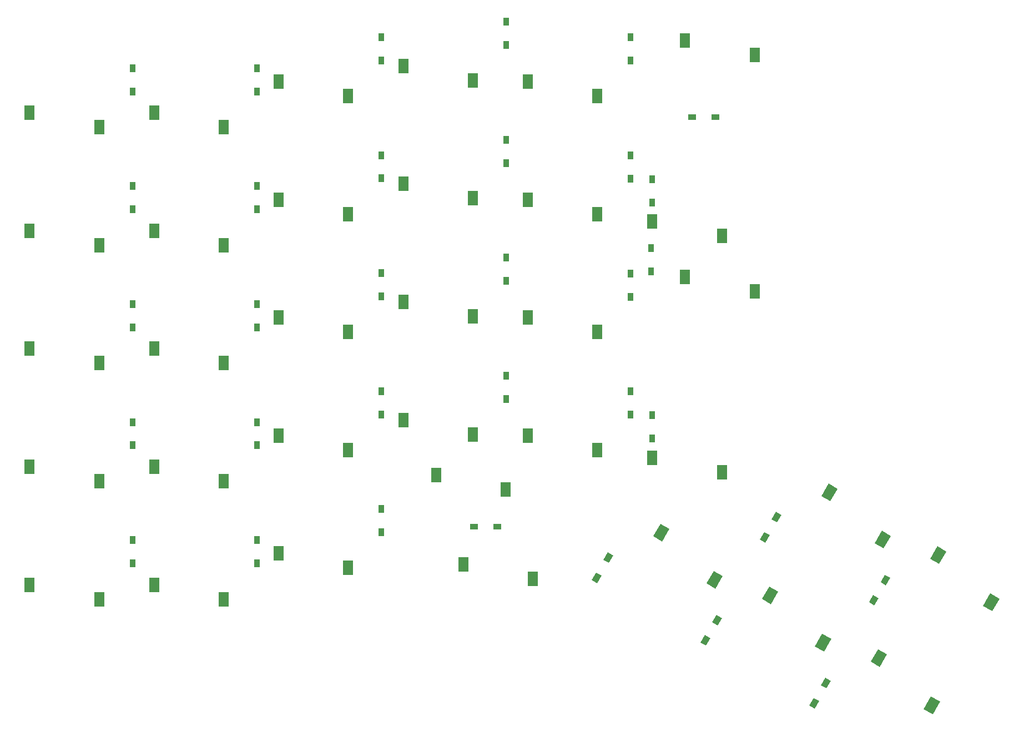
<source format=gbp>
G04 #@! TF.GenerationSoftware,KiCad,Pcbnew,(5.1.9-0-10_14)*
G04 #@! TF.CreationDate,2021-11-12T15:23:44+01:00*
G04 #@! TF.ProjectId,tairakb,74616972-616b-4622-9e6b-696361645f70,1.1*
G04 #@! TF.SameCoordinates,Original*
G04 #@! TF.FileFunction,Paste,Bot*
G04 #@! TF.FilePolarity,Positive*
%FSLAX46Y46*%
G04 Gerber Fmt 4.6, Leading zero omitted, Abs format (unit mm)*
G04 Created by KiCad (PCBNEW (5.1.9-0-10_14)) date 2021-11-12 15:23:44*
%MOMM*%
%LPD*%
G01*
G04 APERTURE LIST*
%ADD10C,0.100000*%
%ADD11R,0.950000X1.300000*%
%ADD12R,1.300000X0.950000*%
%ADD13R,1.600000X2.200000*%
G04 APERTURE END LIST*
D10*
G36*
X200983862Y-145485222D02*
G01*
X200161138Y-145010222D01*
X200811138Y-143884388D01*
X201633862Y-144359388D01*
X200983862Y-145485222D01*
G37*
G36*
X199208862Y-148559612D02*
G01*
X198386138Y-148084612D01*
X199036138Y-146958778D01*
X199858862Y-147433778D01*
X199208862Y-148559612D01*
G37*
G36*
X210089862Y-129773222D02*
G01*
X209267138Y-129298222D01*
X209917138Y-128172388D01*
X210739862Y-128647388D01*
X210089862Y-129773222D01*
G37*
G36*
X208314862Y-132847612D02*
G01*
X207492138Y-132372612D01*
X208142138Y-131246778D01*
X208964862Y-131721778D01*
X208314862Y-132847612D01*
G37*
G36*
X193451862Y-120164222D02*
G01*
X192629138Y-119689222D01*
X193279138Y-118563388D01*
X194101862Y-119038388D01*
X193451862Y-120164222D01*
G37*
G36*
X191676862Y-123238612D02*
G01*
X190854138Y-122763612D01*
X191504138Y-121637778D01*
X192326862Y-122112778D01*
X191676862Y-123238612D01*
G37*
G36*
X184391862Y-135883222D02*
G01*
X183569138Y-135408222D01*
X184219138Y-134282388D01*
X185041862Y-134757388D01*
X184391862Y-135883222D01*
G37*
G36*
X182616862Y-138957612D02*
G01*
X181794138Y-138482612D01*
X182444138Y-137356778D01*
X183266862Y-137831778D01*
X182616862Y-138957612D01*
G37*
D11*
X174431000Y-107335000D03*
X174431000Y-103785000D03*
X174259000Y-81902000D03*
X174259000Y-78352000D03*
X174431000Y-71335000D03*
X174431000Y-67785000D03*
D12*
X184061000Y-58331000D03*
X180511000Y-58331000D03*
D10*
G36*
X167798862Y-126357222D02*
G01*
X166976138Y-125882222D01*
X167626138Y-124756388D01*
X168448862Y-125231388D01*
X167798862Y-126357222D01*
G37*
G36*
X166023862Y-129431612D02*
G01*
X165201138Y-128956612D01*
X165851138Y-127830778D01*
X166673862Y-128305778D01*
X166023862Y-129431612D01*
G37*
D11*
X171132000Y-103727000D03*
X171132000Y-100177000D03*
X171132000Y-85727000D03*
X171132000Y-82177000D03*
X171132000Y-67727000D03*
X171132000Y-64177000D03*
X171132000Y-49727000D03*
X171132000Y-46177000D03*
D12*
X150793000Y-120856000D03*
X147243000Y-120856000D03*
D11*
X152150000Y-101345000D03*
X152150000Y-97795000D03*
X152150000Y-83345000D03*
X152150000Y-79795000D03*
X152150000Y-65345000D03*
X152150000Y-61795000D03*
X152150000Y-47345000D03*
X152150000Y-43795000D03*
X133133000Y-121690000D03*
X133133000Y-118140000D03*
X133133000Y-103690000D03*
X133133000Y-100140000D03*
X133133000Y-85690000D03*
X133133000Y-82140000D03*
X133133000Y-67690000D03*
X133133000Y-64140000D03*
X133133000Y-49690000D03*
X133133000Y-46140000D03*
X114118000Y-126415000D03*
X114118000Y-122865000D03*
X114118000Y-108415000D03*
X114118000Y-104865000D03*
X114118000Y-90415000D03*
X114118000Y-86865000D03*
X114118000Y-72415000D03*
X114118000Y-68865000D03*
X114118000Y-54415000D03*
X114118000Y-50865000D03*
X95118000Y-126415000D03*
X95118000Y-122865000D03*
X95118000Y-108415000D03*
X95118000Y-104865000D03*
X95118000Y-90415000D03*
X95118000Y-86865000D03*
X95118000Y-72415000D03*
X95118000Y-68865000D03*
X95118000Y-54415000D03*
X95118000Y-50865000D03*
D10*
G36*
X207742309Y-141433078D02*
G01*
X208842309Y-139527822D01*
X210227949Y-140327822D01*
X209127949Y-142233078D01*
X207742309Y-141433078D01*
G37*
G36*
X215822178Y-148638334D02*
G01*
X216922178Y-146733078D01*
X218307818Y-147533078D01*
X217207818Y-149438334D01*
X215822178Y-148638334D01*
G37*
G36*
X200242309Y-116153078D02*
G01*
X201342309Y-114247822D01*
X202727949Y-115047822D01*
X201627949Y-116953078D01*
X200242309Y-116153078D01*
G37*
G36*
X208322178Y-123358334D02*
G01*
X209422178Y-121453078D01*
X210807818Y-122253078D01*
X209707818Y-124158334D01*
X208322178Y-123358334D01*
G37*
D13*
X156241000Y-128760000D03*
X145641000Y-126560000D03*
X128045000Y-55113000D03*
X117445000Y-52913000D03*
D10*
G36*
X216812309Y-125715078D02*
G01*
X217912309Y-123809822D01*
X219297949Y-124609822D01*
X218197949Y-126515078D01*
X216812309Y-125715078D01*
G37*
G36*
X224892178Y-132920334D02*
G01*
X225992178Y-131015078D01*
X227377818Y-131815078D01*
X226277818Y-133720334D01*
X224892178Y-132920334D01*
G37*
G36*
X191172309Y-131864078D02*
G01*
X192272309Y-129958822D01*
X193657949Y-130758822D01*
X192557949Y-132664078D01*
X191172309Y-131864078D01*
G37*
G36*
X199252178Y-139069334D02*
G01*
X200352178Y-137164078D01*
X201737818Y-137964078D01*
X200637818Y-139869334D01*
X199252178Y-139069334D01*
G37*
D13*
X185045000Y-112494000D03*
X174445000Y-110294000D03*
X179445000Y-82694000D03*
X190045000Y-84894000D03*
X185045000Y-76494000D03*
X174445000Y-74294000D03*
X179445000Y-46694000D03*
X190045000Y-48894000D03*
D10*
G36*
X174587309Y-122279078D02*
G01*
X175687309Y-120373822D01*
X177072949Y-121173822D01*
X175972949Y-123079078D01*
X174587309Y-122279078D01*
G37*
G36*
X182667178Y-129484334D02*
G01*
X183767178Y-127579078D01*
X185152818Y-128379078D01*
X184052818Y-130284334D01*
X182667178Y-129484334D01*
G37*
D13*
X166045000Y-109113000D03*
X155445000Y-106913000D03*
X166045000Y-91113000D03*
X155445000Y-88913000D03*
X166045000Y-73113000D03*
X155445000Y-70913000D03*
X166045000Y-55113000D03*
X155445000Y-52913000D03*
X141445000Y-112932000D03*
X152045000Y-115132000D03*
X147045000Y-106732000D03*
X136445000Y-104532000D03*
X147045000Y-88732000D03*
X136445000Y-86532000D03*
X147045000Y-70732000D03*
X136445000Y-68532000D03*
X147045000Y-52732000D03*
X136445000Y-50532000D03*
X128045000Y-127113000D03*
X117445000Y-124913000D03*
X128045000Y-109113000D03*
X117445000Y-106913000D03*
X128045000Y-91113000D03*
X117445000Y-88913000D03*
X128045000Y-73113000D03*
X117445000Y-70913000D03*
X109045000Y-131875000D03*
X98445000Y-129675000D03*
X109045000Y-113875000D03*
X98445000Y-111675000D03*
X109045000Y-95875000D03*
X98445000Y-93675000D03*
X109045000Y-77875000D03*
X98445000Y-75675000D03*
X109045000Y-59875000D03*
X98445000Y-57675000D03*
X90045000Y-131875000D03*
X79445000Y-129675000D03*
X90045000Y-113875000D03*
X79445000Y-111675000D03*
X90045000Y-95875000D03*
X79445000Y-93675000D03*
X90045000Y-77875000D03*
X79445000Y-75675000D03*
X90045000Y-59875000D03*
X79445000Y-57675000D03*
M02*

</source>
